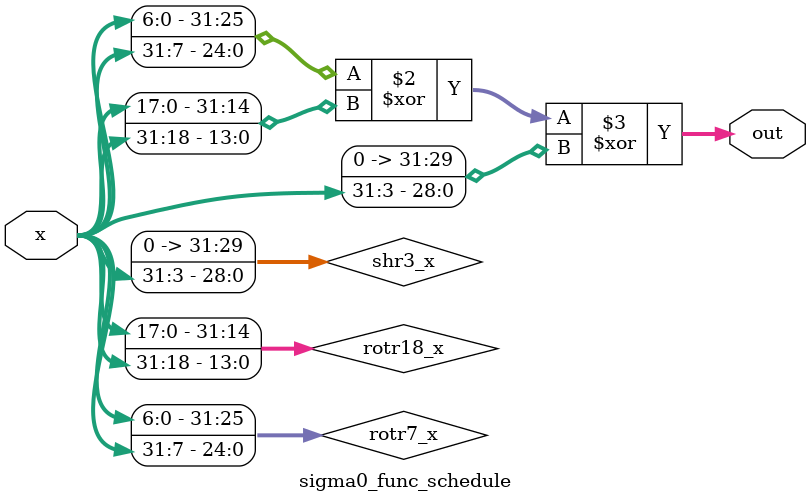
<source format=v>
module sigma0_func_schedule (
    input wire [31:0] x, 
    output wire [31:0] out
);
 
    wire [31:0] rotr7_x;   
    wire [31:0] rotr18_x; 
    wire [31:0] shr3_x;   

    assign rotr7_x  = {x[6:0], x[31:7]};
    assign rotr18_x = {x[17:0], x[31:18]};
    assign shr3_x   = x >> 3;

    assign out = rotr7_x ^ rotr18_x ^ shr3_x;

endmodule
</source>
